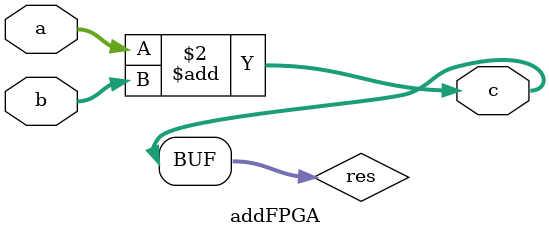
<source format=v>
module addFPGA(
    input  [31:0] a,
    input  [31:0] b,
    output [31:0] c
);
    reg [31:0] res;
    assign res = c[31:0];

    always @(a, b) begin
        res[31:0] = a[31:0] + b[31:0];
    end

endmodule
</source>
